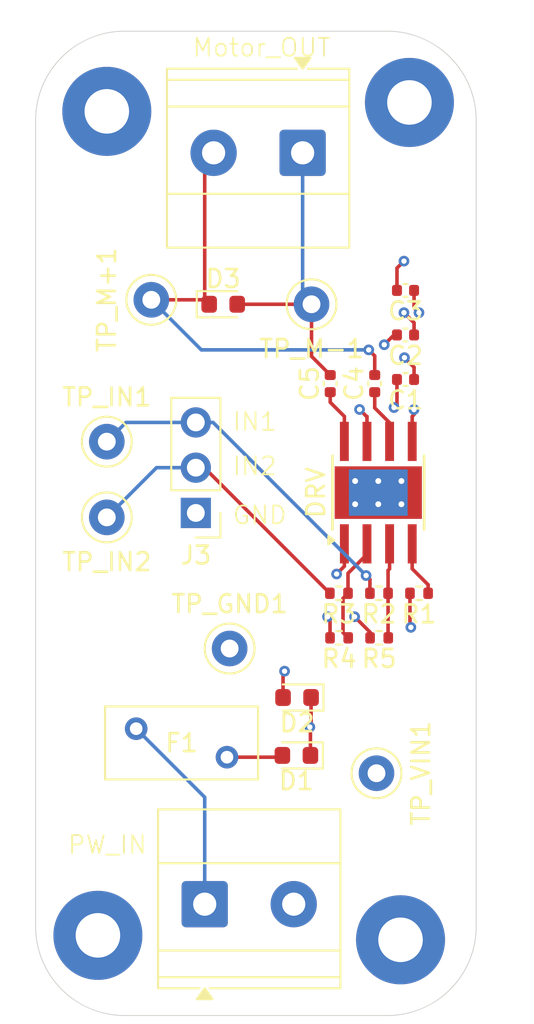
<source format=kicad_pcb>
(kicad_pcb (version 20241229) (generator "pcbnew") (generator_version "9.0")
  (layers (0 "F.Cu" signal "Top") (4 "In1.Cu" signal "GND") (6 "In2.Cu" signal "PWR") (2 "B.Cu" signal "Bottom") (13 "F.Paste" user) (15 "B.Paste" user) (5 "F.SilkS" user "F.Silkscreen") (7 "B.SilkS" user "B.Silkscreen") (1 "F.Mask" user) (3 "B.Mask" user) (25 "Edge.Cuts" user))
  (net 0 "")
  (net 1 "/VIN")
  (net 2 "GND")
  (net 3 "Net-(U1-OUT1)")
  (net 4 "/M+")
  (net 5 "/M-")
  (net 6 "Net-(U1-OUT2)")
  (net 7 "Net-(D1-A)")
  (net 8 "/IN2_CTRL")
  (net 9 "/IN1_CTRL")
  (net 10 "Net-(U1-ILIM)")
  (net 11 "Net-(U1-IN1)")
  (net 12 "Net-(U1-IN2)")
  (net 13 "Net-(PW_IN1-Pin_1)")
  (footprint "Connector_PinHeader_2.54mm:PinHeader_1x03_P2.54mm_Vertical" (layer "F.Cu") (at 133.5 133.79 180)
    (property "Reference" "J3" (at 0 -2.38 0) (layer "F.SilkS"))
    (property "Value" "CTRL_header" (hide yes))
    (fp_line (start 1.38 1.27) (end 1.38 6.46) (stroke (width 0.12)) (layer "F.SilkS"))
    (fp_line (start -1.38 6.46) (end 1.38 6.46) (stroke (width 0.12)) (layer "F.SilkS"))
    (fp_line (start -1.38 1.27) (end 1.38 1.27) (stroke (width 0.12)) (layer "F.SilkS"))
    (fp_line (start -1.38 1.27) (end -1.38 6.46) (stroke (width 0.12)) (layer "F.SilkS"))
    (fp_line (start -1.38 0) (end -1.38 -1.38) (stroke (width 0.12)) (layer "F.SilkS"))
    (fp_line (start -1.38 -1.38) (end 0 -1.38) (stroke (width 0.12)) (layer "F.SilkS"))
    (pad "1" thru_hole rect (at 0 0 180) (size 1.7 1.7) (drill 1) (layers "*.Cu" "*.Mask") (net 2 "GND"))
    (pad "2" thru_hole circle (at 0 2.54 180) (size 1.7 1.7) (drill 1) (layers "*.Cu" "*.Mask") (net 8 "/IN2_CTRL"))
    (pad "3" thru_hole circle (at 0 5.08 180) (size 1.7 1.7) (drill 1) (layers "*.Cu" "*.Mask") (net 9 "/IN1_CTRL"))
  )
  (footprint "TerminalBlock_Phoenix:TerminalBlock_Phoenix_MKDS-1,5-2_1x02_P5.00mm_Horizontal" (layer "F.Cu") (at 139.5 113.5775 180)
    (property "Reference" "Motor_OUT1" (hide yes))
    (property "Value" "Motor_OUT" (hide yes))
    (fp_line (start 7.62 4.72) (end 0.3 4.72) (stroke (width 0.12)) (layer "F.SilkS"))
    (fp_line (start 7.62 -5.32) (end 7.62 4.72) (stroke (width 0.12)) (layer "F.SilkS"))
    (fp_line (start -0.3 4.72) (end -2.62 4.72) (stroke (width 0.12)) (layer "F.SilkS"))
    (fp_line (start -2.62 4.72) (end -2.62 -5.32) (stroke (width 0.12)) (layer "F.SilkS"))
    (fp_line (start -2.62 4.1) (end 7.62 4.1) (stroke (width 0.12)) (layer "F.SilkS"))
    (fp_line (start -2.62 2.6) (end 7.62 2.6) (stroke (width 0.12)) (layer "F.SilkS"))
    (fp_line (start -2.62 -2.3) (end 7.62 -2.3) (stroke (width 0.12)) (layer "F.SilkS"))
    (fp_line (start -2.62 -5.32) (end 7.62 -5.32) (stroke (width 0.12)) (layer "F.SilkS"))
    (fp_poly (pts (xy 0 4.72) (xy 0.44 5.33) (xy -0.44 5.33)) (stroke (width 0.12)) (fill yes) (layer "F.SilkS"))
    (pad "1" thru_hole roundrect (at 0 0 180) (size 2.6 2.6) (drill 1.3) (layers "*.Cu" "*.Mask") (roundrect_rratio 0.096154) (net 5 "/M-"))
    (pad "2" thru_hole circle (at 5 0 180) (size 2.6 2.6) (drill 1.3) (layers "*.Cu" "*.Mask") (net 4 "/M+"))
  )
  (footprint "Resistor_SMD:R_0402_1005Metric" (layer "F.Cu") (at 146.04 138.3 180)
    (property "Reference" "R1" (at 0 -1.17 0) (layer "F.SilkS"))
    (property "Value" "30KΩ" (hide yes))
    (fp_line (start -0.153641 0.38) (end 0.153641 0.38) (stroke (width 0.12)) (layer "F.SilkS"))
    (fp_line (start -0.153641 -0.38) (end 0.153641 -0.38) (stroke (width 0.12)) (layer "F.SilkS"))
    (pad "1" smd roundrect (at -0.51 0 180) (size 0.54 0.64) (layers "F.Cu" "F.Mask" "F.Paste") (net 10 "Net-(U1-ILIM)"))
    (pad "2" smd roundrect (at 0.51 0 180) (size 0.54 0.64) (layers "F.Cu" "F.Mask" "F.Paste") (net 2 "GND"))
  )
  (footprint "TerminalBlock_Phoenix:TerminalBlock_Phoenix_MKDS-1,5-2_1x02_P5.00mm_Horizontal" (layer "F.Cu") (at 134 155.75)
    (property "Reference" "PW_IN" (hide yes))
    (property "Value" "PW_IN" (hide yes))
    (fp_line (start -2.62 -5.32) (end 7.62 -5.32) (stroke (width 0.12)) (layer "F.SilkS"))
    (fp_line (start -2.62 -2.3) (end 7.62 -2.3) (stroke (width 0.12)) (layer "F.SilkS"))
    (fp_line (start -2.62 2.6) (end 7.62 2.6) (stroke (width 0.12)) (layer "F.SilkS"))
    (fp_line (start -2.62 4.1) (end 7.62 4.1) (stroke (width 0.12)) (layer "F.SilkS"))
    (fp_line (start -2.62 4.72) (end -2.62 -5.32) (stroke (width 0.12)) (layer "F.SilkS"))
    (fp_line (start -0.3 4.72) (end -2.62 4.72) (stroke (width 0.12)) (layer "F.SilkS"))
    (fp_line (start 7.62 -5.32) (end 7.62 4.72) (stroke (width 0.12)) (layer "F.SilkS"))
    (fp_line (start 7.62 4.72) (end 0.3 4.72) (stroke (width 0.12)) (layer "F.SilkS"))
    (fp_poly (pts (xy 0 4.72) (xy 0.44 5.33) (xy -0.44 5.33)) (stroke (width 0.12)) (fill yes) (layer "F.SilkS"))
    (pad "1" thru_hole roundrect (at 0 0) (size 2.6 2.6) (drill 1.3) (layers "*.Cu" "*.Mask") (roundrect_rratio 0.096154) (net 13 "Net-(PW_IN1-Pin_1)"))
    (pad "2" thru_hole circle (at 5 0) (size 2.6 2.6) (drill 1.3) (layers "*.Cu" "*.Mask") (net 2 "GND"))
  )
  (footprint "MountingHole:MountingHole_2.5mm_Pad" (layer "F.Cu") (at 145.5 110.75)
    (property "Reference" "H3" (hide yes))
    (property "Value" "MountingHole" (hide yes))
    (pad "1" thru_hole circle (at 0 0) (size 5 5) (drill 2.5) (layers "*.Cu" "*.Mask"))
  )
  (footprint "Resistor_SMD:R_0402_1005Metric" (layer "F.Cu") (at 143.8 140.8 180)
    (property "Reference" "R5" (at 0 -1.17 0) (layer "F.SilkS"))
    (property "Value" "10KΩ" (hide yes))
    (fp_line (start -0.153641 0.38) (end 0.153641 0.38) (stroke (width 0.12)) (layer "F.SilkS"))
    (fp_line (start -0.153641 -0.38) (end 0.153641 -0.38) (stroke (width 0.12)) (layer "F.SilkS"))
    (pad "1" smd roundrect (at -0.51 0 180) (size 0.54 0.64) (layers "F.Cu" "F.Mask" "F.Paste") (net 11 "Net-(U1-IN1)"))
    (pad "2" smd roundrect (at 0.51 0 180) (size 0.54 0.64) (layers "F.Cu" "F.Mask" "F.Paste") (net 2 "GND"))
  )
  (footprint "Diode_SMD:D_0603_1608Metric" (layer "F.Cu") (at 139.15 147.4 180)
    (property "Reference" "D1" (at 0 -1.43 0) (layer "F.SilkS"))
    (property "Value" "D_Schottky" (hide yes))
    (fp_line (start 0.8 -0.735) (end -1.485 -0.735) (stroke (width 0.12)) (layer "F.SilkS"))
    (fp_line (start -1.485 0.735) (end 0.8 0.735) (stroke (width 0.12)) (layer "F.SilkS"))
    (fp_line (start -1.485 -0.735) (end -1.485 0.735) (stroke (width 0.12)) (layer "F.SilkS"))
    (pad "1" smd roundrect (at -0.7875 0 180) (size 0.875 0.95) (layers "F.Cu" "F.Mask" "F.Paste") (net 1 "/VIN"))
    (pad "2" smd roundrect (at 0.7875 0 180) (size 0.875 0.95) (layers "F.Cu" "F.Mask" "F.Paste") (net 7 "Net-(D1-A)"))
  )
  (footprint "Resistor_SMD:R_0402_1005Metric" (layer "F.Cu") (at 143.79 138.3 180)
    (property "Reference" "R2" (at 0 -1.17 0) (layer "F.SilkS"))
    (property "Value" "150Ω" (hide yes))
    (fp_line (start -0.153641 0.38) (end 0.153641 0.38) (stroke (width 0.12)) (layer "F.SilkS"))
    (fp_line (start -0.153641 -0.38) (end 0.153641 -0.38) (stroke (width 0.12)) (layer "F.SilkS"))
    (pad "1" smd roundrect (at -0.51 0 180) (size 0.54 0.64) (layers "F.Cu" "F.Mask" "F.Paste") (net 11 "Net-(U1-IN1)"))
    (pad "2" smd roundrect (at 0.51 0 180) (size 0.54 0.64) (layers "F.Cu" "F.Mask" "F.Paste") (net 9 "/IN1_CTRL"))
  )
  (footprint "TestPoint:TestPoint_Keystone_5000-5004_Miniature" (layer "F.Cu") (at 128.5 134.04 180)
    (property "Reference" "TP_IN2" (at 0 -2.5 0) (layer "F.SilkS"))
    (property "Value" "TestPoint" (hide yes))
    (fp_circle (center 0 0) (end 1.4 0) (stroke (width 0.12)) (fill no) (layer "F.SilkS"))
    (pad "1" thru_hole circle (at 0 0 180) (size 2 2) (drill 1) (layers "*.Cu" "*.Mask") (net 8 "/IN2_CTRL"))
  )
  (footprint "TestPoint:TestPoint_Keystone_5000-5004_Miniature" (layer "F.Cu") (at 143.65 148.4 -90)
    (property "Reference" "TP_VIN1" (at 0 -2.5 90) (layer "F.SilkS"))
    (property "Value" "TestPoint" (hide yes))
    (fp_circle (center 0 0) (end 1.4 0) (stroke (width 0.12)) (fill no) (layer "F.SilkS"))
    (pad "1" thru_hole circle (at 0 0 270) (size 2 2) (drill 1) (layers "*.Cu" "*.Mask") (net 1 "/VIN"))
  )
  (footprint "TestPoint:TestPoint_Keystone_5000-5004_Miniature" (layer "F.Cu") (at 140 122.0775 180)
    (property "Reference" "TP_M-1" (at 0 -2.5 0) (layer "F.SilkS"))
    (property "Value" "TestPoint" (hide yes))
    (fp_circle (center 0 0) (end 1.4 0) (stroke (width 0.12)) (fill no) (layer "F.SilkS"))
    (pad "1" thru_hole circle (at 0 0 180) (size 2 2) (drill 1) (layers "*.Cu" "*.Mask") (net 5 "/M-"))
  )
  (footprint "Capacitor_SMD:C_0402_1005Metric" (layer "F.Cu") (at 145.28 121.3 180)
    (property "Reference" "C3" (at 0 -1.16 0) (layer "F.SilkS"))
    (property "Value" "100µF" (hide yes))
    (fp_line (start -0.107836 0.36) (end 0.107836 0.36) (stroke (width 0.12)) (layer "F.SilkS"))
    (fp_line (start -0.107836 -0.36) (end 0.107836 -0.36) (stroke (width 0.12)) (layer "F.SilkS"))
    (pad "1" smd roundrect (at -0.48 0 180) (size 0.56 0.62) (layers "F.Cu" "F.Mask" "F.Paste") (net 1 "/VIN"))
    (pad "2" smd roundrect (at 0.48 0 180) (size 0.56 0.62) (layers "F.Cu" "F.Mask" "F.Paste") (net 2 "GND"))
  )
  (footprint "MountingHole:MountingHole_2.5mm_Pad" (layer "F.Cu") (at 145 157.75)
    (property "Reference" "H2" (hide yes))
    (property "Value" "MountingHole" (hide yes))
    (pad "1" thru_hole circle (at 0 0) (size 5 5) (drill 2.5) (layers "*.Cu" "*.Mask"))
  )
  (footprint "Diode_SMD:D_0603_1608Metric" (layer "F.Cu") (at 139.1875 144.15 180)
    (property "Reference" "D2" (at 0 -1.43 0) (layer "F.SilkS"))
    (property "Value" "TVS" (hide yes))
    (fp_line (start 0.8 -0.735) (end -1.485 -0.735) (stroke (width 0.12)) (layer "F.SilkS"))
    (fp_line (start -1.485 0.735) (end 0.8 0.735) (stroke (width 0.12)) (layer "F.SilkS"))
    (fp_line (start -1.485 -0.735) (end -1.485 0.735) (stroke (width 0.12)) (layer "F.SilkS"))
    (pad "1" smd roundrect (at -0.7875 0 180) (size 0.875 0.95) (layers "F.Cu" "F.Mask" "F.Paste") (net 1 "/VIN"))
    (pad "2" smd roundrect (at 0.7875 0 180) (size 0.875 0.95) (layers "F.Cu" "F.Mask" "F.Paste") (net 2 "GND"))
  )
  (footprint "Capacitor_SMD:C_0402_1005Metric" (layer "F.Cu") (at 143.55 126.53 90)
    (property "Reference" "C4" (at 0 -1.16 90) (layer "F.SilkS"))
    (property "Value" "0.1µF" (hide yes))
    (fp_line (start -0.107836 -0.36) (end 0.107836 -0.36) (stroke (width 0.12)) (layer "F.SilkS"))
    (fp_line (start -0.107836 0.36) (end 0.107836 0.36) (stroke (width 0.12)) (layer "F.SilkS"))
    (pad "1" smd roundrect (at -0.48 0 90) (size 0.56 0.62) (layers "F.Cu" "F.Mask" "F.Paste") (net 3 "Net-(U1-OUT1)"))
    (pad "2" smd roundrect (at 0.48 0 90) (size 0.56 0.62) (layers "F.Cu" "F.Mask" "F.Paste") (net 4 "/M+"))
  )
  (footprint "MountingHole:MountingHole_2.5mm_Pad" (layer "F.Cu") (at 128.5 111.25)
    (property "Reference" "H4" (hide yes))
    (property "Value" "MountingHole" (hide yes))
    (pad "1" thru_hole circle (at 0 0) (size 5 5) (drill 2.5) (layers "*.Cu" "*.Mask"))
  )
  (footprint "Capacitor_SMD:C_0402_1005Metric" (layer "F.Cu") (at 145.28 126.3 180)
    (property "Reference" "C1" (at 0 -1.16 0) (layer "F.SilkS"))
    (property "Value" "0.1µF" (hide yes))
    (fp_line (start -0.107836 0.36) (end 0.107836 0.36) (stroke (width 0.12)) (layer "F.SilkS"))
    (fp_line (start -0.107836 -0.36) (end 0.107836 -0.36) (stroke (width 0.12)) (layer "F.SilkS"))
    (pad "1" smd roundrect (at -0.48 0 180) (size 0.56 0.62) (layers "F.Cu" "F.Mask" "F.Paste") (net 1 "/VIN"))
    (pad "2" smd roundrect (at 0.48 0 180) (size 0.56 0.62) (layers "F.Cu" "F.Mask" "F.Paste") (net 2 "GND"))
  )
  (footprint "Resistor_SMD:R_0402_1005Metric" (layer "F.Cu") (at 141.54 138.3 180)
    (property "Reference" "R3" (at 0 -1.17 0) (layer "F.SilkS"))
    (property "Value" "150Ω" (hide yes))
    (fp_line (start -0.153641 0.38) (end 0.153641 0.38) (stroke (width 0.12)) (layer "F.SilkS"))
    (fp_line (start -0.153641 -0.38) (end 0.153641 -0.38) (stroke (width 0.12)) (layer "F.SilkS"))
    (pad "1" smd roundrect (at -0.51 0 180) (size 0.54 0.64) (layers "F.Cu" "F.Mask" "F.Paste") (net 12 "Net-(U1-IN2)"))
    (pad "2" smd roundrect (at 0.51 0 180) (size 0.54 0.64) (layers "F.Cu" "F.Mask" "F.Paste") (net 8 "/IN2_CTRL"))
  )
  (footprint "MountingHole:MountingHole_2.5mm_Pad" (layer "F.Cu") (at 128 157.5)
    (property "Reference" "H1" (hide yes))
    (property "Value" "MountingHole" (hide yes))
    (pad "1" thru_hole circle (at 0 0) (size 5 5) (drill 2.5) (layers "*.Cu" "*.Mask"))
  )
  (footprint "Diode_SMD:D_0603_1608Metric" (layer "F.Cu") (at 135.0375 122.0775)
    (property "Reference" "D3" (at 0 -1.43 0) (layer "F.SilkS"))
    (property "Value" "TVS" (hide yes))
    (fp_line (start -1.485 -0.735) (end -1.485 0.735) (stroke (width 0.12)) (layer "F.SilkS"))
    (fp_line (start -1.485 0.735) (end 0.8 0.735) (stroke (width 0.12)) (layer "F.SilkS"))
    (fp_line (start 0.8 -0.735) (end -1.485 -0.735) (stroke (width 0.12)) (layer "F.SilkS"))
    (pad "1" smd roundrect (at -0.7875 0) (size 0.875 0.95) (layers "F.Cu" "F.Mask" "F.Paste") (net 4 "/M+"))
    (pad "2" smd roundrect (at 0.7875 0) (size 0.875 0.95) (layers "F.Cu" "F.Mask" "F.Paste") (net 5 "/M-"))
  )
  (footprint "Resistor_SMD:R_0402_1005Metric" (layer "F.Cu") (at 141.55 140.8 180)
    (property "Reference" "R4" (at 0 -1.17 0) (layer "F.SilkS"))
    (property "Value" "10KΩ" (hide yes))
    (fp_line (start -0.153641 0.38) (end 0.153641 0.38) (stroke (width 0.12)) (layer "F.SilkS"))
    (fp_line (start -0.153641 -0.38) (end 0.153641 -0.38) (stroke (width 0.12)) (layer "F.SilkS"))
    (pad "1" smd roundrect (at -0.51 0 180) (size 0.54 0.64) (layers "F.Cu" "F.Mask" "F.Paste") (net 12 "Net-(U1-IN2)"))
    (pad "2" smd roundrect (at 0.51 0 180) (size 0.54 0.64) (layers "F.Cu" "F.Mask" "F.Paste") (net 2 "GND"))
  )
  (footprint "Fuse:Fuse_BelFuse_0ZRE0005FF_L8.3mm_W3.8mm" (layer "F.Cu") (at 130.15 145.9)
    (property "Reference" "F1" (at 2.55 0.8 0) (layer "F.SilkS"))
    (property "Value" "Fuse" (hide yes))
    (fp_line (start -1.75 -1.25) (end -1.75 2.85) (stroke (width 0.12)) (layer "F.SilkS"))
    (fp_line (start -1.75 -1.25) (end 6.85 -1.25) (stroke (width 0.12)) (layer "F.SilkS"))
    (fp_line (start -1.75 2.85) (end 6.85 2.85) (stroke (width 0.12)) (layer "F.SilkS"))
    (fp_line (start 6.85 -1.25) (end 6.85 2.85) (stroke (width 0.12)) (layer "F.SilkS"))
    (pad "1" thru_hole circle (at 0 0) (size 1.27 1.27) (drill 0.71) (layers "*.Cu" "*.Mask") (net 13 "Net-(PW_IN1-Pin_1)"))
    (pad "2" thru_hole circle (at 5.1 1.6) (size 1.27 1.27) (drill 0.71) (layers "*.Cu" "*.Mask") (net 7 "Net-(D1-A)"))
  )
  (footprint "Capacitor_SMD:C_0402_1005Metric" (layer "F.Cu") (at 145.28 123.8 180)
    (property "Reference" "C2" (at 0 -1.16 0) (layer "F.SilkS"))
    (property "Value" "47µF" (hide yes))
    (fp_line (start -0.107836 0.36) (end 0.107836 0.36) (stroke (width 0.12)) (layer "F.SilkS"))
    (fp_line (start -0.107836 -0.36) (end 0.107836 -0.36) (stroke (width 0.12)) (layer "F.SilkS"))
    (pad "1" smd roundrect (at -0.48 0 180) (size 0.56 0.62) (layers "F.Cu" "F.Mask" "F.Paste") (net 1 "/VIN"))
    (pad "2" smd roundrect (at 0.48 0 180) (size 0.56 0.62) (layers "F.Cu" "F.Mask" "F.Paste") (net 2 "GND"))
  )
  (footprint "TestPoint:TestPoint_Keystone_5000-5004_Miniature" (layer "F.Cu") (at 128.5 129.79)
    (property "Reference" "TP_IN1" (at 0 -2.5 0) (layer "F.SilkS"))
    (property "Value" "TestPoint" (hide yes))
    (fp_circle (center 0 0) (end 1.4 0) (stroke (width 0.12)) (fill no) (layer "F.SilkS"))
    (pad "1" thru_hole circle (at 0 0) (size 2 2) (drill 1) (layers "*.Cu" "*.Mask") (net 9 "/IN1_CTRL"))
  )
  (footprint "TestPoint:TestPoint_Keystone_5000-5004_Miniature" (layer "F.Cu") (at 131 121.8275 90)
    (property "Reference" "TP_M+1" (at 0 -2.5 90) (layer "F.SilkS"))
    (property "Value" "TestPoint" (hide yes))
    (fp_circle (center 0 0) (end 1.4 0) (stroke (width 0.12)) (fill no) (layer "F.SilkS"))
    (pad "1" thru_hole circle (at 0 0 90) (size 2 2) (drill 1) (layers "*.Cu" "*.Mask") (net 4 "/M+"))
  )
  (footprint "Capacitor_SMD:C_0402_1005Metric" (layer "F.Cu") (at 141.05 126.53 90)
    (property "Reference" "C5" (at 0 -1.16 90) (layer "F.SilkS"))
    (property "Value" "0.1µF" (hide yes))
    (fp_line (start -0.107836 -0.36) (end 0.107836 -0.36) (stroke (width 0.12)) (layer "F.SilkS"))
    (fp_line (start -0.107836 0.36) (end 0.107836 0.36) (stroke (width 0.12)) (layer "F.SilkS"))
    (pad "1" smd roundrect (at -0.48 0 90) (size 0.56 0.62) (layers "F.Cu" "F.Mask" "F.Paste") (net 6 "Net-(U1-OUT2)"))
    (pad "2" smd roundrect (at 0.48 0 90) (size 0.56 0.62) (layers "F.Cu" "F.Mask" "F.Paste") (net 5 "/M-"))
  )
  (footprint "TestPoint:TestPoint_Keystone_5000-5004_Miniature" (layer "F.Cu") (at 135.4 141.4)
    (property "Reference" "TP_GND1" (at 0 -2.5 0) (layer "F.SilkS"))
    (property "Value" "TestPoint" (hide yes))
    (fp_circle (center 0 0) (end 1.4 0) (stroke (width 0.12)) (fill no) (layer "F.SilkS"))
    (pad "1" thru_hole circle (at 0 0) (size 2 2) (drill 1) (layers "*.Cu" "*.Mask") (net 2 "GND"))
  )
  (footprint "Package_SO:Texas_HTSOP-8-1EP_3.9x4.9mm_P1.27mm_EP2.95x4.9mm_Mask2.4x3.1mm_ThermalVias" (layer "F.Cu") (at 143.75 132.65 90)
    (property "Reference" "DRV" (at 0 -3.5 90) (layer "F.SilkS"))
    (property "Value" "DRV" (hide yes))
    (fp_line (start -2.075 -2.575) (end 2.075 -2.575) (stroke (width 0.15)) (layer "F.SilkS"))
    (fp_line (start -2.075 2.575) (end 2.075 2.575) (stroke (width 0.15)) (layer "F.SilkS"))
    (fp_poly (pts (xy -2.675 -2.475) (xy -2.915 -2.805) (xy -2.435 -2.805) (xy -2.675 -2.475)) (stroke (width 0.12)) (fill yes) (layer "F.SilkS"))
    (pad "1" smd rect (at -2.875 -1.905 90) (size 2.2 0.5) (layers "F.Cu" "F.Mask" "F.Paste") (net 2 "GND"))
    (pad "2" smd rect (at -2.875 -0.635 90) (size 2.2 0.5) (layers "F.Cu" "F.Mask" "F.Paste") (net 12 "Net-(U1-IN2)"))
    (pad "3" smd rect (at -2.875 0.635 90) (size 2.2 0.5) (layers "F.Cu" "F.Mask" "F.Paste") (net 11 "Net-(U1-IN1)"))
    (pad "4" smd rect (at -2.875 1.905 90) (size 2.2 0.5) (layers "F.Cu" "F.Mask" "F.Paste") (net 10 "Net-(U1-ILIM)"))
    (pad "5" smd rect (at 2.875 1.905 90) (size 2.2 0.5) (layers "F.Cu" "F.Mask" "F.Paste") (net 1 "/VIN"))
    (pad "6" smd rect (at 2.875 0.635 90) (size 2.2 0.5) (layers "F.Cu" "F.Mask" "F.Paste") (net 3 "Net-(U1-OUT1)"))
    (pad "7" smd rect (at 2.875 -0.635 90) (size 2.2 0.5) (layers "F.Cu" "F.Mask" "F.Paste") (net 2 "GND"))
    (pad "8" smd rect (at 2.875 -1.905 90) (size 2.2 0.5) (layers "F.Cu" "F.Mask" "F.Paste") (net 6 "Net-(U1-OUT2)"))
    (pad "9" thru_hole circle (at -0.65 -1.3 90) (size 0.63 0.63) (drill 0.33) (layers "*.Cu" "*.Mask") (net 2 "GND"))
    (pad "9" thru_hole circle (at -0.65 0 90) (size 0.63 0.63) (drill 0.33) (layers "*.Cu" "*.Mask") (net 2 "GND"))
    (pad "9" thru_hole circle (at -0.65 1.3 90) (size 0.63 0.63) (drill 0.33) (layers "*.Cu" "*.Mask") (net 2 "GND"))
    (pad "9" smd rect (at 0 0 90) (size 2.6 3.3) (layers "B.Cu") (net 2 "GND"))
    (pad "9" smd rect (at 0 0 90) (size 2.95 4.9) (layers "F.Cu") (net 2 "GND"))
    (pad "9" thru_hole circle (at 0.65 -1.3 90) (size 0.63 0.63) (drill 0.33) (layers "*.Cu" "*.Mask") (net 2 "GND"))
    (pad "9" thru_hole circle (at 0.65 0 90) (size 0.63 0.63) (drill 0.33) (layers "*.Cu" "*.Mask") (net 2 "GND"))
    (pad "9" thru_hole circle (at 0.65 1.3 90) (size 0.63 0.63) (drill 0.33) (layers "*.Cu" "*.Mask") (net 2 "GND"))
  )
  (gr_arc (start 144.25 106.75) (mid 147.785534 108.214466) (end 149.25 111.75) (stroke (width 0.05)) (layer "Edge.Cuts"))
  (gr_line (start 149.25 111.75) (end 149.25 157) (stroke (width 0.05)) (layer "Edge.Cuts"))
  (gr_line (start 124.5 157) (end 124.5 111.75) (stroke (width 0.05)) (layer "Edge.Cuts"))
  (gr_arc (start 124.5 111.75) (mid 125.964466 108.214466) (end 129.5 106.75) (stroke (width 0.05)) (layer "Edge.Cuts"))
  (gr_arc (start 149.25 157) (mid 147.785534 160.535534) (end 144.25 162) (stroke (width 0.05)) (layer "Edge.Cuts"))
  (gr_line (start 129.5 106.75) (end 144.25 106.75) (stroke (width 0.05)) (layer "Edge.Cuts"))
  (gr_arc (start 129.5 162) (mid 125.964466 160.535534) (end 124.5 157) (stroke (width 0.05)) (layer "Edge.Cuts"))
  (gr_line (start 144.25 162) (end 129.5 162) (stroke (width 0.05)) (layer "Edge.Cuts"))
  (gr_text "IN2" (at 135.5 131.75 0) (layer "F.SilkS") (effects (font (size 1 1) (thickness 0.1)) (justify left bottom)))
  (gr_text "Motor_OUT" (at 133.25 108.25 0) (layer "F.SilkS") (effects (font (size 1 1) (thickness 0.1)) (justify left bottom)))
  (gr_text "GND" (at 135.5 134.5 0) (layer "F.SilkS") (effects (font (size 1 1) (thickness 0.1)) (justify left bottom)))
  (gr_text "IN1" (at 135.5 129.25 0) (layer "F.SilkS") (effects (font (size 1 1) (thickness 0.1)) (justify left bottom)))
  (gr_text "PW_IN" (at 126.25 153 0) (layer "F.SilkS") (effects (font (size 1 1) (thickness 0.1)) (justify left bottom)))
  (segment (start 145.7556 128.2727) (end 145.655 128.3733) (width 0.2) (layer "F.Cu") (net 1))
  (segment (start 145.1923 122.55) (end 145.76 123.1177) (width 0.2) (layer "F.Cu") (net 1))
  (segment (start 145.7556 127.9886) (end 145.7556 128.2727) (width 0.2) (layer "F.Cu") (net 1))
  (segment (start 139.9047 145.8078) (end 139.9375 145.8406) (width 0.2) (layer "F.Cu") (net 1))
  (segment (start 145.76 122.2746) (end 145.76 121.3) (width 0.2) (layer "F.Cu") (net 1))
  (segment (start 139.975 145.7375) (end 139.975 144.15) (width 0.2) (layer "F.Cu") (net 1))
  (segment (start 145.76 123.1177) (end 145.76 123.8) (width 0.2) (layer "F.Cu") (net 1))
  (segment (start 139.9375 145.8406) (end 139.9375 147.4) (width 0.2) (layer "F.Cu") (net 1))
  (segment (start 145.76 125.615) (end 145.76 126.3) (width 0.2) (layer "F.Cu") (net 1))
  (segment (start 145.2195 125.0745) (end 145.76 125.615) (width 0.2) (layer "F.Cu") (net 1))
  (segment (start 145.655 129.775) (end 145.655 128.3733) (width 0.2) (layer "F.Cu") (net 1))
  (segment (start 139.9047 145.8078) (end 139.975 145.7375) (width 0.2) (layer "F.Cu") (net 1))
  (segment (start 146.0354 122.55) (end 145.76 122.2746) (width 0.2) (layer "F.Cu") (net 1))
  (via (at 145.7556 127.9886) (size 0.6) (drill 0.3) (layers "F.Cu" "B.Cu") (net 1))
  (via (at 139.9047 145.8078) (size 0.6) (drill 0.3) (layers "F.Cu" "B.Cu") (net 1))
  (via (at 146.0354 122.55) (size 0.6) (drill 0.3) (layers "F.Cu" "B.Cu") (net 1))
  (via (at 145.1923 122.55) (size 0.6) (drill 0.3) (layers "F.Cu" "B.Cu") (net 1))
  (via (at 145.2195 125.0745) (size 0.6) (drill 0.3) (layers "F.Cu" "B.Cu") (net 1))
  (segment (start 141.4086 137.2181) (end 141.845 136.7817) (width 0.2) (layer "F.Cu") (net 2))
  (segment (start 141.845 136.7817) (end 141.845 135.525) (width 0.2) (layer "F.Cu") (net 2))
  (segment (start 141.04 139.754) (end 141.04 140.8) (width 0.2) (layer "F.Cu") (net 2))
  (segment (start 145.5795 140.2112) (end 145.53 140.1617) (width 0.2) (layer "F.Cu") (net 2))
  (segment (start 144.6328 127.8765) (end 144.8 127.7093) (width 0.2) (layer "F.Cu") (net 2))
  (segment (start 142.8684 128.1536) (end 142.6975 127.9827) (width 0.2) (layer "F.Cu") (net 2))
  (segment (start 144.8 120.0483) (end 144.8 121.3) (width 0.2) (layer "F.Cu") (net 2))
  (segment (start 144.8 127.7093) (end 144.6328 127.8765) (width 0.2) (layer "F.Cu") (net 2))
  (segment (start 144.6331 123.8) (end 144.8 123.8) (width 0.2) (layer "F.Cu") (net 2))
  (segment (start 140.9017 139.6157) (end 141.04 139.754) (width 0.2) (layer "F.Cu") (net 2))
  (segment (start 143.29 140.4857) (end 143.29 140.8) (width 0.2) (layer "F.Cu") (net 2))
  (segment (start 138.4 142.7579) (end 138.4 144.15) (width 0.2) (layer "F.Cu") (net 2))
  (segment (start 138.4856 142.6723) (end 138.4 142.7579) (width 0.2) (layer "F.Cu") (net 2))
  (segment (start 142.6975 127.9827) (end 142.8684 128.1536) (width 0.2) (layer "F.Cu") (net 2))
  (segment (start 144.0845 124.3486) (end 144.6331 123.8) (width 0.2) (layer "F.Cu") (net 2))
  (segment (start 144.8 127.7093) (end 144.8 126.3) (width 0.2) (layer "F.Cu") (net 2))
  (segment (start 143.115 129.775) (end 143.115 128.3733) (width 0.2) (layer "F.Cu") (net 2))
  (segment (start 142.42 139.6157) (end 143.29 140.4857) (width 0.2) (layer "F.Cu") (net 2))
  (segment (start 145.1923 119.656) (end 144.8 120.0483) (width 0.2) (layer "F.Cu") (net 2))
  (segment (start 145.53 140.1617) (end 145.53 138.3) (width 0.2) (layer "F.Cu") (net 2))
  (segment (start 143.0881 128.3733) (end 143.115 128.3733) (width 0.2) (layer "F.Cu") (net 2))
  (segment (start 143.75 133.3) (end 143.75 132.65) (width 0.2) (layer "F.Cu") (net 2))
  (segment (start 142.6975 127.9827) (end 143.0881 128.3733) (width 0.2) (layer "F.Cu") (net 2))
  (segment (start 144.6328 127.8765) (end 144.8 127.7093) (width 0.2) (layer "F.Cu") (net 2))
  (via (at 144.0845 124.3486) (size 0.6) (drill 0.3) (layers "F.Cu" "B.Cu") (net 2))
  (via (at 142.6975 127.9827) (size 0.6) (drill 0.3) (layers "F.Cu" "B.Cu") (net 2))
  (via (at 140.9017 139.6157) (size 0.6) (drill 0.3) (layers "F.Cu" "B.Cu") (net 2))
  (via (at 145.1923 119.656) (size 0.6) (drill 0.3) (layers "F.Cu" "B.Cu") (net 2))
  (via (at 142.42 139.6157) (size 0.6) (drill 0.3) (layers "F.Cu" "B.Cu") (net 2))
  (via (at 141.4086 137.2181) (size 0.6) (drill 0.3) (layers "F.Cu" "B.Cu") (net 2))
  (via (at 145.5795 140.2112) (size 0.6) (drill 0.3) (layers "F.Cu" "B.Cu") (net 2))
  (via (at 138.4856 142.6723) (size 0.6) (drill 0.3) (layers "F.Cu" "B.Cu") (net 2))
  (via (at 144.6328 127.8765) (size 0.6) (drill 0.3) (layers "F.Cu" "B.Cu") (net 2))
  (segment (start 143.75 133.3) (end 143.75 132.65) (width 0.2) (layer "B.Cu") (net 2))
  (segment (start 144.385 128.7272) (end 143.55 127.8922) (width 0.2) (layer "F.Cu") (net 3))
  (segment (start 144.385 129.775) (end 144.385 128.7272) (width 0.2) (layer "F.Cu") (net 3))
  (segment (start 143.55 127.8922) (end 143.55 127.01) (width 0.2) (layer "F.Cu") (net 3))
  (segment (start 134 121.8275) (end 134.25 122.0775) (width 0.2) (layer "F.Cu") (net 4))
  (segment (start 143.55 124.9744) (end 143.2133 124.6377) (width 0.2) (layer "F.Cu") (net 4))
  (segment (start 143.55 126.05) (end 143.55 124.9744) (width 0.2) (layer "F.Cu") (net 4))
  (segment (start 131 121.8275) (end 134 121.8275) (width 0.2) (layer "F.Cu") (net 4))
  (segment (start 134 121.8275) (end 134 114.0775) (width 0.2) (layer "F.Cu") (net 4))
  (segment (start 134 114.0775) (end 134.5 113.5775) (width 0.2) (layer "F.Cu") (net 4))
  (via (at 143.2133 124.6377) (size 0.6) (drill 0.3) (layers "F.Cu" "B.Cu") (net 4))
  (segment (start 133.8102 124.6377) (end 131 121.8275) (width 0.2) (layer "B.Cu") (net 4))
  (segment (start 143.2133 124.6377) (end 133.8102 124.6377) (width 0.2) (layer "B.Cu") (net 4))
  (segment (start 141.05 126.05) (end 140 125) (width 0.2) (layer "F.Cu") (net 5))
  (segment (start 140 125) (end 140 122.0775) (width 0.2) (layer "F.Cu") (net 5))
  (segment (start 135.825 122.0775) (end 140 122.0775) (width 0.2) (layer "F.Cu") (net 5))
  (segment (start 139.5 113.5775) (end 139.5 121.5775) (width 0.2) (layer "B.Cu") (net 5))
  (segment (start 139.5 121.5775) (end 140 122.0775) (width 0.2) (layer "B.Cu") (net 5))
  (segment (start 141.845 129.775) (end 141.845 128.3733) (width 0.2) (layer "F.Cu") (net 6))
  (segment (start 141.05 127.5783) (end 141.05 127.01) (width 0.2) (layer "F.Cu") (net 6))
  (segment (start 141.845 128.3733) (end 141.05 127.5783) (width 0.2) (layer "F.Cu") (net 6))
  (segment (start 138.2625 147.5) (end 138.3625 147.4) (width 0.2) (layer "F.Cu") (net 7))
  (segment (start 135.25 147.5) (end 138.2625 147.5) (width 0.2) (layer "F.Cu") (net 7))
  (segment (start 141.03 138.3) (end 133.98 131.25) (width 0.2) (layer "F.Cu") (net 8))
  (segment (start 133.98 131.25) (end 133.5 131.25) (width 0.2) (layer "F.Cu") (net 8))
  (segment (start 131.29 131.25) (end 133.5 131.25) (width 0.2) (layer "B.Cu") (net 8))
  (segment (start 128.5 134.04) (end 131.29 131.25) (width 0.2) (layer "B.Cu") (net 8))
  (segment (start 143.28 138.3) (end 143.28 137.5189) (width 0.2) (layer "F.Cu") (net 9))
  (segment (start 143.28 137.5189) (end 143.0645 137.3034) (width 0.2) (layer "F.Cu") (net 9))
  (via (at 143.0645 137.3034) (size 0.6) (drill 0.3) (layers "F.Cu" "B.Cu") (net 9))
  (segment (start 134.4711 128.71) (end 143.0645 137.3034) (width 0.2) (layer "B.Cu") (net 9))
  (segment (start 133.5 128.71) (end 134.4711 128.71) (width 0.2) (layer "B.Cu") (net 9))
  (segment (start 128.5 129.79) (end 129.58 128.71) (width 0.2) (layer "B.Cu") (net 9))
  (segment (start 129.58 128.71) (end 133.5 128.71) (width 0.2) (layer "B.Cu") (net 9))
  (segment (start 145.655 135.525) (end 145.655 136.9267) (width 0.2) (layer "F.Cu") (net 10))
  (segment (start 146.55 138.3) (end 146.55 137.8217) (width 0.2) (layer "F.Cu") (net 10))
  (segment (start 146.55 137.8217) (end 145.655 136.9267) (width 0.2) (layer "F.Cu") (net 10))
  (segment (start 144.385 135.525) (end 144.385 136.9267) (width 0.2) (layer "F.Cu") (net 11))
  (segment (start 144.31 140.8) (end 144.3 140.79) (width 0.2) (layer "F.Cu") (net 11))
  (segment (start 144.3 140.79) (end 144.3 138.3) (width 0.2) (layer "F.Cu") (net 11))
  (segment (start 144.3 137.0117) (end 144.3 138.3) (width 0.2) (layer "F.Cu") (net 11))
  (segment (start 144.385 136.9267) (end 144.3 137.0117) (width 0.2) (layer "F.Cu") (net 11))
  (segment (start 142.06 140.8) (end 141.7692 140.5092) (width 0.2) (layer "F.Cu") (net 12))
  (segment (start 141.7692 140.5092) (end 141.7692 138.5808) (width 0.2) (layer "F.Cu") (net 12))
  (segment (start 143.115 136.1112) (end 143.115 135.525) (width 0.2) (layer "F.Cu") (net 12))
  (segment (start 142.05 138.3) (end 142.05 137.1762) (width 0.2) (layer "F.Cu") (net 12))
  (segment (start 142.05 137.1762) (end 143.115 136.1112) (width 0.2) (layer "F.Cu") (net 12))
  (segment (start 141.7692 138.5808) (end 142.05 138.3) (width 0.2) (layer "F.Cu") (net 12))
  (segment (start 130.15 145.9) (end 134 149.75) (width 0.2) (layer "B.Cu") (net 13))
  (segment (start 134 149.75) (end 134 155.75) (width 0.2) (layer "B.Cu") (net 13))
)
</source>
